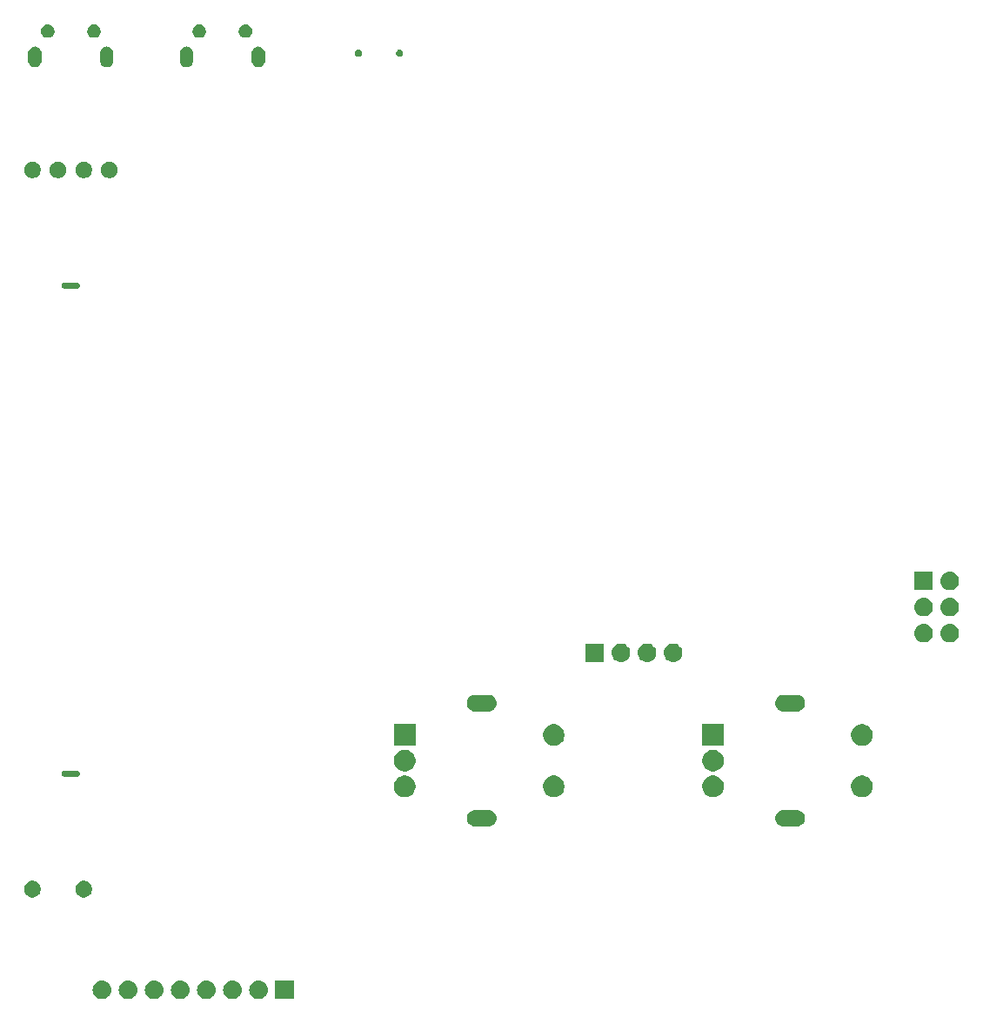
<source format=gbr>
G04 #@! TF.GenerationSoftware,KiCad,Pcbnew,(5.1.2)-2*
G04 #@! TF.CreationDate,2019-06-18T19:33:51+12:00*
G04 #@! TF.ProjectId,layout_2,6c61796f-7574-45f3-922e-6b696361645f,rev?*
G04 #@! TF.SameCoordinates,Original*
G04 #@! TF.FileFunction,Soldermask,Bot*
G04 #@! TF.FilePolarity,Negative*
%FSLAX46Y46*%
G04 Gerber Fmt 4.6, Leading zero omitted, Abs format (unit mm)*
G04 Created by KiCad (PCBNEW (5.1.2)-2) date 2019-06-18 19:33:51*
%MOMM*%
%LPD*%
G04 APERTURE LIST*
%ADD10C,0.100000*%
G04 APERTURE END LIST*
D10*
G36*
X105401000Y-135401000D02*
G01*
X103599000Y-135401000D01*
X103599000Y-133599000D01*
X105401000Y-133599000D01*
X105401000Y-135401000D01*
X105401000Y-135401000D01*
G37*
G36*
X99530442Y-133605518D02*
G01*
X99596627Y-133612037D01*
X99766466Y-133663557D01*
X99922991Y-133747222D01*
X99958729Y-133776552D01*
X100060186Y-133859814D01*
X100143448Y-133961271D01*
X100172778Y-133997009D01*
X100256443Y-134153534D01*
X100307963Y-134323373D01*
X100325359Y-134500000D01*
X100307963Y-134676627D01*
X100256443Y-134846466D01*
X100172778Y-135002991D01*
X100143448Y-135038729D01*
X100060186Y-135140186D01*
X99958729Y-135223448D01*
X99922991Y-135252778D01*
X99766466Y-135336443D01*
X99596627Y-135387963D01*
X99530443Y-135394481D01*
X99464260Y-135401000D01*
X99375740Y-135401000D01*
X99309557Y-135394481D01*
X99243373Y-135387963D01*
X99073534Y-135336443D01*
X98917009Y-135252778D01*
X98881271Y-135223448D01*
X98779814Y-135140186D01*
X98696552Y-135038729D01*
X98667222Y-135002991D01*
X98583557Y-134846466D01*
X98532037Y-134676627D01*
X98514641Y-134500000D01*
X98532037Y-134323373D01*
X98583557Y-134153534D01*
X98667222Y-133997009D01*
X98696552Y-133961271D01*
X98779814Y-133859814D01*
X98881271Y-133776552D01*
X98917009Y-133747222D01*
X99073534Y-133663557D01*
X99243373Y-133612037D01*
X99309558Y-133605518D01*
X99375740Y-133599000D01*
X99464260Y-133599000D01*
X99530442Y-133605518D01*
X99530442Y-133605518D01*
G37*
G36*
X96990442Y-133605518D02*
G01*
X97056627Y-133612037D01*
X97226466Y-133663557D01*
X97382991Y-133747222D01*
X97418729Y-133776552D01*
X97520186Y-133859814D01*
X97603448Y-133961271D01*
X97632778Y-133997009D01*
X97716443Y-134153534D01*
X97767963Y-134323373D01*
X97785359Y-134500000D01*
X97767963Y-134676627D01*
X97716443Y-134846466D01*
X97632778Y-135002991D01*
X97603448Y-135038729D01*
X97520186Y-135140186D01*
X97418729Y-135223448D01*
X97382991Y-135252778D01*
X97226466Y-135336443D01*
X97056627Y-135387963D01*
X96990443Y-135394481D01*
X96924260Y-135401000D01*
X96835740Y-135401000D01*
X96769557Y-135394481D01*
X96703373Y-135387963D01*
X96533534Y-135336443D01*
X96377009Y-135252778D01*
X96341271Y-135223448D01*
X96239814Y-135140186D01*
X96156552Y-135038729D01*
X96127222Y-135002991D01*
X96043557Y-134846466D01*
X95992037Y-134676627D01*
X95974641Y-134500000D01*
X95992037Y-134323373D01*
X96043557Y-134153534D01*
X96127222Y-133997009D01*
X96156552Y-133961271D01*
X96239814Y-133859814D01*
X96341271Y-133776552D01*
X96377009Y-133747222D01*
X96533534Y-133663557D01*
X96703373Y-133612037D01*
X96769558Y-133605518D01*
X96835740Y-133599000D01*
X96924260Y-133599000D01*
X96990442Y-133605518D01*
X96990442Y-133605518D01*
G37*
G36*
X94450442Y-133605518D02*
G01*
X94516627Y-133612037D01*
X94686466Y-133663557D01*
X94842991Y-133747222D01*
X94878729Y-133776552D01*
X94980186Y-133859814D01*
X95063448Y-133961271D01*
X95092778Y-133997009D01*
X95176443Y-134153534D01*
X95227963Y-134323373D01*
X95245359Y-134500000D01*
X95227963Y-134676627D01*
X95176443Y-134846466D01*
X95092778Y-135002991D01*
X95063448Y-135038729D01*
X94980186Y-135140186D01*
X94878729Y-135223448D01*
X94842991Y-135252778D01*
X94686466Y-135336443D01*
X94516627Y-135387963D01*
X94450443Y-135394481D01*
X94384260Y-135401000D01*
X94295740Y-135401000D01*
X94229557Y-135394481D01*
X94163373Y-135387963D01*
X93993534Y-135336443D01*
X93837009Y-135252778D01*
X93801271Y-135223448D01*
X93699814Y-135140186D01*
X93616552Y-135038729D01*
X93587222Y-135002991D01*
X93503557Y-134846466D01*
X93452037Y-134676627D01*
X93434641Y-134500000D01*
X93452037Y-134323373D01*
X93503557Y-134153534D01*
X93587222Y-133997009D01*
X93616552Y-133961271D01*
X93699814Y-133859814D01*
X93801271Y-133776552D01*
X93837009Y-133747222D01*
X93993534Y-133663557D01*
X94163373Y-133612037D01*
X94229558Y-133605518D01*
X94295740Y-133599000D01*
X94384260Y-133599000D01*
X94450442Y-133605518D01*
X94450442Y-133605518D01*
G37*
G36*
X91910442Y-133605518D02*
G01*
X91976627Y-133612037D01*
X92146466Y-133663557D01*
X92302991Y-133747222D01*
X92338729Y-133776552D01*
X92440186Y-133859814D01*
X92523448Y-133961271D01*
X92552778Y-133997009D01*
X92636443Y-134153534D01*
X92687963Y-134323373D01*
X92705359Y-134500000D01*
X92687963Y-134676627D01*
X92636443Y-134846466D01*
X92552778Y-135002991D01*
X92523448Y-135038729D01*
X92440186Y-135140186D01*
X92338729Y-135223448D01*
X92302991Y-135252778D01*
X92146466Y-135336443D01*
X91976627Y-135387963D01*
X91910443Y-135394481D01*
X91844260Y-135401000D01*
X91755740Y-135401000D01*
X91689557Y-135394481D01*
X91623373Y-135387963D01*
X91453534Y-135336443D01*
X91297009Y-135252778D01*
X91261271Y-135223448D01*
X91159814Y-135140186D01*
X91076552Y-135038729D01*
X91047222Y-135002991D01*
X90963557Y-134846466D01*
X90912037Y-134676627D01*
X90894641Y-134500000D01*
X90912037Y-134323373D01*
X90963557Y-134153534D01*
X91047222Y-133997009D01*
X91076552Y-133961271D01*
X91159814Y-133859814D01*
X91261271Y-133776552D01*
X91297009Y-133747222D01*
X91453534Y-133663557D01*
X91623373Y-133612037D01*
X91689558Y-133605518D01*
X91755740Y-133599000D01*
X91844260Y-133599000D01*
X91910442Y-133605518D01*
X91910442Y-133605518D01*
G37*
G36*
X89370442Y-133605518D02*
G01*
X89436627Y-133612037D01*
X89606466Y-133663557D01*
X89762991Y-133747222D01*
X89798729Y-133776552D01*
X89900186Y-133859814D01*
X89983448Y-133961271D01*
X90012778Y-133997009D01*
X90096443Y-134153534D01*
X90147963Y-134323373D01*
X90165359Y-134500000D01*
X90147963Y-134676627D01*
X90096443Y-134846466D01*
X90012778Y-135002991D01*
X89983448Y-135038729D01*
X89900186Y-135140186D01*
X89798729Y-135223448D01*
X89762991Y-135252778D01*
X89606466Y-135336443D01*
X89436627Y-135387963D01*
X89370443Y-135394481D01*
X89304260Y-135401000D01*
X89215740Y-135401000D01*
X89149557Y-135394481D01*
X89083373Y-135387963D01*
X88913534Y-135336443D01*
X88757009Y-135252778D01*
X88721271Y-135223448D01*
X88619814Y-135140186D01*
X88536552Y-135038729D01*
X88507222Y-135002991D01*
X88423557Y-134846466D01*
X88372037Y-134676627D01*
X88354641Y-134500000D01*
X88372037Y-134323373D01*
X88423557Y-134153534D01*
X88507222Y-133997009D01*
X88536552Y-133961271D01*
X88619814Y-133859814D01*
X88721271Y-133776552D01*
X88757009Y-133747222D01*
X88913534Y-133663557D01*
X89083373Y-133612037D01*
X89149558Y-133605518D01*
X89215740Y-133599000D01*
X89304260Y-133599000D01*
X89370442Y-133605518D01*
X89370442Y-133605518D01*
G37*
G36*
X86830442Y-133605518D02*
G01*
X86896627Y-133612037D01*
X87066466Y-133663557D01*
X87222991Y-133747222D01*
X87258729Y-133776552D01*
X87360186Y-133859814D01*
X87443448Y-133961271D01*
X87472778Y-133997009D01*
X87556443Y-134153534D01*
X87607963Y-134323373D01*
X87625359Y-134500000D01*
X87607963Y-134676627D01*
X87556443Y-134846466D01*
X87472778Y-135002991D01*
X87443448Y-135038729D01*
X87360186Y-135140186D01*
X87258729Y-135223448D01*
X87222991Y-135252778D01*
X87066466Y-135336443D01*
X86896627Y-135387963D01*
X86830443Y-135394481D01*
X86764260Y-135401000D01*
X86675740Y-135401000D01*
X86609557Y-135394481D01*
X86543373Y-135387963D01*
X86373534Y-135336443D01*
X86217009Y-135252778D01*
X86181271Y-135223448D01*
X86079814Y-135140186D01*
X85996552Y-135038729D01*
X85967222Y-135002991D01*
X85883557Y-134846466D01*
X85832037Y-134676627D01*
X85814641Y-134500000D01*
X85832037Y-134323373D01*
X85883557Y-134153534D01*
X85967222Y-133997009D01*
X85996552Y-133961271D01*
X86079814Y-133859814D01*
X86181271Y-133776552D01*
X86217009Y-133747222D01*
X86373534Y-133663557D01*
X86543373Y-133612037D01*
X86609558Y-133605518D01*
X86675740Y-133599000D01*
X86764260Y-133599000D01*
X86830442Y-133605518D01*
X86830442Y-133605518D01*
G37*
G36*
X102070442Y-133605518D02*
G01*
X102136627Y-133612037D01*
X102306466Y-133663557D01*
X102462991Y-133747222D01*
X102498729Y-133776552D01*
X102600186Y-133859814D01*
X102683448Y-133961271D01*
X102712778Y-133997009D01*
X102796443Y-134153534D01*
X102847963Y-134323373D01*
X102865359Y-134500000D01*
X102847963Y-134676627D01*
X102796443Y-134846466D01*
X102712778Y-135002991D01*
X102683448Y-135038729D01*
X102600186Y-135140186D01*
X102498729Y-135223448D01*
X102462991Y-135252778D01*
X102306466Y-135336443D01*
X102136627Y-135387963D01*
X102070443Y-135394481D01*
X102004260Y-135401000D01*
X101915740Y-135401000D01*
X101849557Y-135394481D01*
X101783373Y-135387963D01*
X101613534Y-135336443D01*
X101457009Y-135252778D01*
X101421271Y-135223448D01*
X101319814Y-135140186D01*
X101236552Y-135038729D01*
X101207222Y-135002991D01*
X101123557Y-134846466D01*
X101072037Y-134676627D01*
X101054641Y-134500000D01*
X101072037Y-134323373D01*
X101123557Y-134153534D01*
X101207222Y-133997009D01*
X101236552Y-133961271D01*
X101319814Y-133859814D01*
X101421271Y-133776552D01*
X101457009Y-133747222D01*
X101613534Y-133663557D01*
X101783373Y-133612037D01*
X101849558Y-133605518D01*
X101915740Y-133599000D01*
X102004260Y-133599000D01*
X102070442Y-133605518D01*
X102070442Y-133605518D01*
G37*
G36*
X80187142Y-123918242D02*
G01*
X80335101Y-123979529D01*
X80468255Y-124068499D01*
X80581501Y-124181745D01*
X80670471Y-124314899D01*
X80731758Y-124462858D01*
X80763000Y-124619925D01*
X80763000Y-124780075D01*
X80731758Y-124937142D01*
X80670471Y-125085101D01*
X80581501Y-125218255D01*
X80468255Y-125331501D01*
X80335101Y-125420471D01*
X80187142Y-125481758D01*
X80030075Y-125513000D01*
X79869925Y-125513000D01*
X79712858Y-125481758D01*
X79564899Y-125420471D01*
X79431745Y-125331501D01*
X79318499Y-125218255D01*
X79229529Y-125085101D01*
X79168242Y-124937142D01*
X79137000Y-124780075D01*
X79137000Y-124619925D01*
X79168242Y-124462858D01*
X79229529Y-124314899D01*
X79318499Y-124181745D01*
X79431745Y-124068499D01*
X79564899Y-123979529D01*
X79712858Y-123918242D01*
X79869925Y-123887000D01*
X80030075Y-123887000D01*
X80187142Y-123918242D01*
X80187142Y-123918242D01*
G37*
G36*
X85187142Y-123918242D02*
G01*
X85335101Y-123979529D01*
X85468255Y-124068499D01*
X85581501Y-124181745D01*
X85670471Y-124314899D01*
X85731758Y-124462858D01*
X85763000Y-124619925D01*
X85763000Y-124780075D01*
X85731758Y-124937142D01*
X85670471Y-125085101D01*
X85581501Y-125218255D01*
X85468255Y-125331501D01*
X85335101Y-125420471D01*
X85187142Y-125481758D01*
X85030075Y-125513000D01*
X84869925Y-125513000D01*
X84712858Y-125481758D01*
X84564899Y-125420471D01*
X84431745Y-125331501D01*
X84318499Y-125218255D01*
X84229529Y-125085101D01*
X84168242Y-124937142D01*
X84137000Y-124780075D01*
X84137000Y-124619925D01*
X84168242Y-124462858D01*
X84229529Y-124314899D01*
X84318499Y-124181745D01*
X84431745Y-124068499D01*
X84564899Y-123979529D01*
X84712858Y-123918242D01*
X84869925Y-123887000D01*
X85030075Y-123887000D01*
X85187142Y-123918242D01*
X85187142Y-123918242D01*
G37*
G36*
X154428571Y-117002863D02*
G01*
X154507023Y-117010590D01*
X154607682Y-117041125D01*
X154658013Y-117056392D01*
X154797165Y-117130771D01*
X154919133Y-117230867D01*
X155019229Y-117352835D01*
X155093608Y-117491987D01*
X155093608Y-117491988D01*
X155139410Y-117642977D01*
X155154875Y-117800000D01*
X155139410Y-117957023D01*
X155108875Y-118057682D01*
X155093608Y-118108013D01*
X155019229Y-118247165D01*
X154919133Y-118369133D01*
X154797165Y-118469229D01*
X154658013Y-118543608D01*
X154607682Y-118558875D01*
X154507023Y-118589410D01*
X154428571Y-118597137D01*
X154389346Y-118601000D01*
X153010654Y-118601000D01*
X152971429Y-118597137D01*
X152892977Y-118589410D01*
X152792318Y-118558875D01*
X152741987Y-118543608D01*
X152602835Y-118469229D01*
X152480867Y-118369133D01*
X152380771Y-118247165D01*
X152306392Y-118108013D01*
X152291125Y-118057682D01*
X152260590Y-117957023D01*
X152245125Y-117800000D01*
X152260590Y-117642977D01*
X152306392Y-117491988D01*
X152306392Y-117491987D01*
X152380771Y-117352835D01*
X152480867Y-117230867D01*
X152602835Y-117130771D01*
X152741987Y-117056392D01*
X152792318Y-117041125D01*
X152892977Y-117010590D01*
X152971429Y-117002863D01*
X153010654Y-116999000D01*
X154389346Y-116999000D01*
X154428571Y-117002863D01*
X154428571Y-117002863D01*
G37*
G36*
X124428571Y-117002863D02*
G01*
X124507023Y-117010590D01*
X124607682Y-117041125D01*
X124658013Y-117056392D01*
X124797165Y-117130771D01*
X124919133Y-117230867D01*
X125019229Y-117352835D01*
X125093608Y-117491987D01*
X125093608Y-117491988D01*
X125139410Y-117642977D01*
X125154875Y-117800000D01*
X125139410Y-117957023D01*
X125108875Y-118057682D01*
X125093608Y-118108013D01*
X125019229Y-118247165D01*
X124919133Y-118369133D01*
X124797165Y-118469229D01*
X124658013Y-118543608D01*
X124607682Y-118558875D01*
X124507023Y-118589410D01*
X124428571Y-118597137D01*
X124389346Y-118601000D01*
X123010654Y-118601000D01*
X122971429Y-118597137D01*
X122892977Y-118589410D01*
X122792318Y-118558875D01*
X122741987Y-118543608D01*
X122602835Y-118469229D01*
X122480867Y-118369133D01*
X122380771Y-118247165D01*
X122306392Y-118108013D01*
X122291125Y-118057682D01*
X122260590Y-117957023D01*
X122245125Y-117800000D01*
X122260590Y-117642977D01*
X122306392Y-117491988D01*
X122306392Y-117491987D01*
X122380771Y-117352835D01*
X122480867Y-117230867D01*
X122602835Y-117130771D01*
X122741987Y-117056392D01*
X122792318Y-117041125D01*
X122892977Y-117010590D01*
X122971429Y-117002863D01*
X123010654Y-116999000D01*
X124389346Y-116999000D01*
X124428571Y-117002863D01*
X124428571Y-117002863D01*
G37*
G36*
X116506564Y-113689389D02*
G01*
X116697833Y-113768615D01*
X116697835Y-113768616D01*
X116869973Y-113883635D01*
X117016365Y-114030027D01*
X117131385Y-114202167D01*
X117210611Y-114393436D01*
X117251000Y-114596484D01*
X117251000Y-114803516D01*
X117210611Y-115006564D01*
X117131385Y-115197833D01*
X117131384Y-115197835D01*
X117016365Y-115369973D01*
X116869973Y-115516365D01*
X116697835Y-115631384D01*
X116697834Y-115631385D01*
X116697833Y-115631385D01*
X116506564Y-115710611D01*
X116303516Y-115751000D01*
X116096484Y-115751000D01*
X115893436Y-115710611D01*
X115702167Y-115631385D01*
X115702166Y-115631385D01*
X115702165Y-115631384D01*
X115530027Y-115516365D01*
X115383635Y-115369973D01*
X115268616Y-115197835D01*
X115268615Y-115197833D01*
X115189389Y-115006564D01*
X115149000Y-114803516D01*
X115149000Y-114596484D01*
X115189389Y-114393436D01*
X115268615Y-114202167D01*
X115383635Y-114030027D01*
X115530027Y-113883635D01*
X115702165Y-113768616D01*
X115702167Y-113768615D01*
X115893436Y-113689389D01*
X116096484Y-113649000D01*
X116303516Y-113649000D01*
X116506564Y-113689389D01*
X116506564Y-113689389D01*
G37*
G36*
X146506564Y-113689389D02*
G01*
X146697833Y-113768615D01*
X146697835Y-113768616D01*
X146869973Y-113883635D01*
X147016365Y-114030027D01*
X147131385Y-114202167D01*
X147210611Y-114393436D01*
X147251000Y-114596484D01*
X147251000Y-114803516D01*
X147210611Y-115006564D01*
X147131385Y-115197833D01*
X147131384Y-115197835D01*
X147016365Y-115369973D01*
X146869973Y-115516365D01*
X146697835Y-115631384D01*
X146697834Y-115631385D01*
X146697833Y-115631385D01*
X146506564Y-115710611D01*
X146303516Y-115751000D01*
X146096484Y-115751000D01*
X145893436Y-115710611D01*
X145702167Y-115631385D01*
X145702166Y-115631385D01*
X145702165Y-115631384D01*
X145530027Y-115516365D01*
X145383635Y-115369973D01*
X145268616Y-115197835D01*
X145268615Y-115197833D01*
X145189389Y-115006564D01*
X145149000Y-114803516D01*
X145149000Y-114596484D01*
X145189389Y-114393436D01*
X145268615Y-114202167D01*
X145383635Y-114030027D01*
X145530027Y-113883635D01*
X145702165Y-113768616D01*
X145702167Y-113768615D01*
X145893436Y-113689389D01*
X146096484Y-113649000D01*
X146303516Y-113649000D01*
X146506564Y-113689389D01*
X146506564Y-113689389D01*
G37*
G36*
X161006564Y-113689389D02*
G01*
X161197833Y-113768615D01*
X161197835Y-113768616D01*
X161369973Y-113883635D01*
X161516365Y-114030027D01*
X161631385Y-114202167D01*
X161710611Y-114393436D01*
X161751000Y-114596484D01*
X161751000Y-114803516D01*
X161710611Y-115006564D01*
X161631385Y-115197833D01*
X161631384Y-115197835D01*
X161516365Y-115369973D01*
X161369973Y-115516365D01*
X161197835Y-115631384D01*
X161197834Y-115631385D01*
X161197833Y-115631385D01*
X161006564Y-115710611D01*
X160803516Y-115751000D01*
X160596484Y-115751000D01*
X160393436Y-115710611D01*
X160202167Y-115631385D01*
X160202166Y-115631385D01*
X160202165Y-115631384D01*
X160030027Y-115516365D01*
X159883635Y-115369973D01*
X159768616Y-115197835D01*
X159768615Y-115197833D01*
X159689389Y-115006564D01*
X159649000Y-114803516D01*
X159649000Y-114596484D01*
X159689389Y-114393436D01*
X159768615Y-114202167D01*
X159883635Y-114030027D01*
X160030027Y-113883635D01*
X160202165Y-113768616D01*
X160202167Y-113768615D01*
X160393436Y-113689389D01*
X160596484Y-113649000D01*
X160803516Y-113649000D01*
X161006564Y-113689389D01*
X161006564Y-113689389D01*
G37*
G36*
X131006564Y-113689389D02*
G01*
X131197833Y-113768615D01*
X131197835Y-113768616D01*
X131369973Y-113883635D01*
X131516365Y-114030027D01*
X131631385Y-114202167D01*
X131710611Y-114393436D01*
X131751000Y-114596484D01*
X131751000Y-114803516D01*
X131710611Y-115006564D01*
X131631385Y-115197833D01*
X131631384Y-115197835D01*
X131516365Y-115369973D01*
X131369973Y-115516365D01*
X131197835Y-115631384D01*
X131197834Y-115631385D01*
X131197833Y-115631385D01*
X131006564Y-115710611D01*
X130803516Y-115751000D01*
X130596484Y-115751000D01*
X130393436Y-115710611D01*
X130202167Y-115631385D01*
X130202166Y-115631385D01*
X130202165Y-115631384D01*
X130030027Y-115516365D01*
X129883635Y-115369973D01*
X129768616Y-115197835D01*
X129768615Y-115197833D01*
X129689389Y-115006564D01*
X129649000Y-114803516D01*
X129649000Y-114596484D01*
X129689389Y-114393436D01*
X129768615Y-114202167D01*
X129883635Y-114030027D01*
X130030027Y-113883635D01*
X130202165Y-113768616D01*
X130202167Y-113768615D01*
X130393436Y-113689389D01*
X130596484Y-113649000D01*
X130803516Y-113649000D01*
X131006564Y-113689389D01*
X131006564Y-113689389D01*
G37*
G36*
X84359004Y-113153355D02*
G01*
X84387376Y-113161962D01*
X84415745Y-113170567D01*
X84415747Y-113170568D01*
X84468031Y-113198514D01*
X84468032Y-113198515D01*
X84468036Y-113198517D01*
X84513869Y-113236131D01*
X84551483Y-113281964D01*
X84551485Y-113281968D01*
X84551486Y-113281969D01*
X84579432Y-113334253D01*
X84596645Y-113390996D01*
X84602456Y-113450000D01*
X84596645Y-113509004D01*
X84596644Y-113509006D01*
X84579433Y-113565745D01*
X84551483Y-113618036D01*
X84513869Y-113663869D01*
X84468036Y-113701483D01*
X84468032Y-113701485D01*
X84468031Y-113701486D01*
X84415747Y-113729432D01*
X84415745Y-113729433D01*
X84387375Y-113738039D01*
X84359004Y-113746645D01*
X84314786Y-113751000D01*
X83085214Y-113751000D01*
X83040996Y-113746645D01*
X83012625Y-113738039D01*
X82984255Y-113729433D01*
X82984253Y-113729432D01*
X82931969Y-113701486D01*
X82931968Y-113701485D01*
X82931964Y-113701483D01*
X82886131Y-113663869D01*
X82848517Y-113618036D01*
X82820567Y-113565745D01*
X82803356Y-113509006D01*
X82803355Y-113509004D01*
X82797544Y-113450000D01*
X82803355Y-113390996D01*
X82820568Y-113334253D01*
X82848514Y-113281969D01*
X82848515Y-113281968D01*
X82848517Y-113281964D01*
X82886131Y-113236131D01*
X82931964Y-113198517D01*
X82931968Y-113198515D01*
X82931969Y-113198514D01*
X82984253Y-113170568D01*
X82984255Y-113170567D01*
X83012624Y-113161962D01*
X83040996Y-113153355D01*
X83085214Y-113149000D01*
X84314786Y-113149000D01*
X84359004Y-113153355D01*
X84359004Y-113153355D01*
G37*
G36*
X146506564Y-111189389D02*
G01*
X146697833Y-111268615D01*
X146697835Y-111268616D01*
X146869973Y-111383635D01*
X147016365Y-111530027D01*
X147131385Y-111702167D01*
X147210611Y-111893436D01*
X147251000Y-112096484D01*
X147251000Y-112303516D01*
X147210611Y-112506564D01*
X147131385Y-112697833D01*
X147131384Y-112697835D01*
X147016365Y-112869973D01*
X146869973Y-113016365D01*
X146697835Y-113131384D01*
X146697834Y-113131385D01*
X146697833Y-113131385D01*
X146506564Y-113210611D01*
X146303516Y-113251000D01*
X146096484Y-113251000D01*
X145893436Y-113210611D01*
X145702167Y-113131385D01*
X145702166Y-113131385D01*
X145702165Y-113131384D01*
X145530027Y-113016365D01*
X145383635Y-112869973D01*
X145268616Y-112697835D01*
X145268615Y-112697833D01*
X145189389Y-112506564D01*
X145149000Y-112303516D01*
X145149000Y-112096484D01*
X145189389Y-111893436D01*
X145268615Y-111702167D01*
X145383635Y-111530027D01*
X145530027Y-111383635D01*
X145702165Y-111268616D01*
X145702167Y-111268615D01*
X145893436Y-111189389D01*
X146096484Y-111149000D01*
X146303516Y-111149000D01*
X146506564Y-111189389D01*
X146506564Y-111189389D01*
G37*
G36*
X116506564Y-111189389D02*
G01*
X116697833Y-111268615D01*
X116697835Y-111268616D01*
X116869973Y-111383635D01*
X117016365Y-111530027D01*
X117131385Y-111702167D01*
X117210611Y-111893436D01*
X117251000Y-112096484D01*
X117251000Y-112303516D01*
X117210611Y-112506564D01*
X117131385Y-112697833D01*
X117131384Y-112697835D01*
X117016365Y-112869973D01*
X116869973Y-113016365D01*
X116697835Y-113131384D01*
X116697834Y-113131385D01*
X116697833Y-113131385D01*
X116506564Y-113210611D01*
X116303516Y-113251000D01*
X116096484Y-113251000D01*
X115893436Y-113210611D01*
X115702167Y-113131385D01*
X115702166Y-113131385D01*
X115702165Y-113131384D01*
X115530027Y-113016365D01*
X115383635Y-112869973D01*
X115268616Y-112697835D01*
X115268615Y-112697833D01*
X115189389Y-112506564D01*
X115149000Y-112303516D01*
X115149000Y-112096484D01*
X115189389Y-111893436D01*
X115268615Y-111702167D01*
X115383635Y-111530027D01*
X115530027Y-111383635D01*
X115702165Y-111268616D01*
X115702167Y-111268615D01*
X115893436Y-111189389D01*
X116096484Y-111149000D01*
X116303516Y-111149000D01*
X116506564Y-111189389D01*
X116506564Y-111189389D01*
G37*
G36*
X147251000Y-110751000D02*
G01*
X145149000Y-110751000D01*
X145149000Y-108649000D01*
X147251000Y-108649000D01*
X147251000Y-110751000D01*
X147251000Y-110751000D01*
G37*
G36*
X161006564Y-108689389D02*
G01*
X161197833Y-108768615D01*
X161197835Y-108768616D01*
X161369973Y-108883635D01*
X161516365Y-109030027D01*
X161631385Y-109202167D01*
X161710611Y-109393436D01*
X161751000Y-109596484D01*
X161751000Y-109803516D01*
X161710611Y-110006564D01*
X161631385Y-110197833D01*
X161631384Y-110197835D01*
X161516365Y-110369973D01*
X161369973Y-110516365D01*
X161197835Y-110631384D01*
X161197834Y-110631385D01*
X161197833Y-110631385D01*
X161006564Y-110710611D01*
X160803516Y-110751000D01*
X160596484Y-110751000D01*
X160393436Y-110710611D01*
X160202167Y-110631385D01*
X160202166Y-110631385D01*
X160202165Y-110631384D01*
X160030027Y-110516365D01*
X159883635Y-110369973D01*
X159768616Y-110197835D01*
X159768615Y-110197833D01*
X159689389Y-110006564D01*
X159649000Y-109803516D01*
X159649000Y-109596484D01*
X159689389Y-109393436D01*
X159768615Y-109202167D01*
X159883635Y-109030027D01*
X160030027Y-108883635D01*
X160202165Y-108768616D01*
X160202167Y-108768615D01*
X160393436Y-108689389D01*
X160596484Y-108649000D01*
X160803516Y-108649000D01*
X161006564Y-108689389D01*
X161006564Y-108689389D01*
G37*
G36*
X117251000Y-110751000D02*
G01*
X115149000Y-110751000D01*
X115149000Y-108649000D01*
X117251000Y-108649000D01*
X117251000Y-110751000D01*
X117251000Y-110751000D01*
G37*
G36*
X131006564Y-108689389D02*
G01*
X131197833Y-108768615D01*
X131197835Y-108768616D01*
X131369973Y-108883635D01*
X131516365Y-109030027D01*
X131631385Y-109202167D01*
X131710611Y-109393436D01*
X131751000Y-109596484D01*
X131751000Y-109803516D01*
X131710611Y-110006564D01*
X131631385Y-110197833D01*
X131631384Y-110197835D01*
X131516365Y-110369973D01*
X131369973Y-110516365D01*
X131197835Y-110631384D01*
X131197834Y-110631385D01*
X131197833Y-110631385D01*
X131006564Y-110710611D01*
X130803516Y-110751000D01*
X130596484Y-110751000D01*
X130393436Y-110710611D01*
X130202167Y-110631385D01*
X130202166Y-110631385D01*
X130202165Y-110631384D01*
X130030027Y-110516365D01*
X129883635Y-110369973D01*
X129768616Y-110197835D01*
X129768615Y-110197833D01*
X129689389Y-110006564D01*
X129649000Y-109803516D01*
X129649000Y-109596484D01*
X129689389Y-109393436D01*
X129768615Y-109202167D01*
X129883635Y-109030027D01*
X130030027Y-108883635D01*
X130202165Y-108768616D01*
X130202167Y-108768615D01*
X130393436Y-108689389D01*
X130596484Y-108649000D01*
X130803516Y-108649000D01*
X131006564Y-108689389D01*
X131006564Y-108689389D01*
G37*
G36*
X124428571Y-105802863D02*
G01*
X124507023Y-105810590D01*
X124607682Y-105841125D01*
X124658013Y-105856392D01*
X124797165Y-105930771D01*
X124919133Y-106030867D01*
X125019229Y-106152835D01*
X125093608Y-106291987D01*
X125093608Y-106291988D01*
X125139410Y-106442977D01*
X125154875Y-106600000D01*
X125139410Y-106757023D01*
X125108875Y-106857682D01*
X125093608Y-106908013D01*
X125019229Y-107047165D01*
X124919133Y-107169133D01*
X124797165Y-107269229D01*
X124658013Y-107343608D01*
X124607682Y-107358875D01*
X124507023Y-107389410D01*
X124428571Y-107397137D01*
X124389346Y-107401000D01*
X123010654Y-107401000D01*
X122971429Y-107397137D01*
X122892977Y-107389410D01*
X122792318Y-107358875D01*
X122741987Y-107343608D01*
X122602835Y-107269229D01*
X122480867Y-107169133D01*
X122380771Y-107047165D01*
X122306392Y-106908013D01*
X122291125Y-106857682D01*
X122260590Y-106757023D01*
X122245125Y-106600000D01*
X122260590Y-106442977D01*
X122306392Y-106291988D01*
X122306392Y-106291987D01*
X122380771Y-106152835D01*
X122480867Y-106030867D01*
X122602835Y-105930771D01*
X122741987Y-105856392D01*
X122792318Y-105841125D01*
X122892977Y-105810590D01*
X122971429Y-105802863D01*
X123010654Y-105799000D01*
X124389346Y-105799000D01*
X124428571Y-105802863D01*
X124428571Y-105802863D01*
G37*
G36*
X154428571Y-105802863D02*
G01*
X154507023Y-105810590D01*
X154607682Y-105841125D01*
X154658013Y-105856392D01*
X154797165Y-105930771D01*
X154919133Y-106030867D01*
X155019229Y-106152835D01*
X155093608Y-106291987D01*
X155093608Y-106291988D01*
X155139410Y-106442977D01*
X155154875Y-106600000D01*
X155139410Y-106757023D01*
X155108875Y-106857682D01*
X155093608Y-106908013D01*
X155019229Y-107047165D01*
X154919133Y-107169133D01*
X154797165Y-107269229D01*
X154658013Y-107343608D01*
X154607682Y-107358875D01*
X154507023Y-107389410D01*
X154428571Y-107397137D01*
X154389346Y-107401000D01*
X153010654Y-107401000D01*
X152971429Y-107397137D01*
X152892977Y-107389410D01*
X152792318Y-107358875D01*
X152741987Y-107343608D01*
X152602835Y-107269229D01*
X152480867Y-107169133D01*
X152380771Y-107047165D01*
X152306392Y-106908013D01*
X152291125Y-106857682D01*
X152260590Y-106757023D01*
X152245125Y-106600000D01*
X152260590Y-106442977D01*
X152306392Y-106291988D01*
X152306392Y-106291987D01*
X152380771Y-106152835D01*
X152480867Y-106030867D01*
X152602835Y-105930771D01*
X152741987Y-105856392D01*
X152792318Y-105841125D01*
X152892977Y-105810590D01*
X152971429Y-105802863D01*
X153010654Y-105799000D01*
X154389346Y-105799000D01*
X154428571Y-105802863D01*
X154428571Y-105802863D01*
G37*
G36*
X135601000Y-102601000D02*
G01*
X133799000Y-102601000D01*
X133799000Y-100799000D01*
X135601000Y-100799000D01*
X135601000Y-102601000D01*
X135601000Y-102601000D01*
G37*
G36*
X142430443Y-100805519D02*
G01*
X142496627Y-100812037D01*
X142666466Y-100863557D01*
X142822991Y-100947222D01*
X142858729Y-100976552D01*
X142960186Y-101059814D01*
X143043448Y-101161271D01*
X143072778Y-101197009D01*
X143156443Y-101353534D01*
X143207963Y-101523373D01*
X143225359Y-101700000D01*
X143207963Y-101876627D01*
X143156443Y-102046466D01*
X143072778Y-102202991D01*
X143043448Y-102238729D01*
X142960186Y-102340186D01*
X142858729Y-102423448D01*
X142822991Y-102452778D01*
X142666466Y-102536443D01*
X142496627Y-102587963D01*
X142430443Y-102594481D01*
X142364260Y-102601000D01*
X142275740Y-102601000D01*
X142209557Y-102594481D01*
X142143373Y-102587963D01*
X141973534Y-102536443D01*
X141817009Y-102452778D01*
X141781271Y-102423448D01*
X141679814Y-102340186D01*
X141596552Y-102238729D01*
X141567222Y-102202991D01*
X141483557Y-102046466D01*
X141432037Y-101876627D01*
X141414641Y-101700000D01*
X141432037Y-101523373D01*
X141483557Y-101353534D01*
X141567222Y-101197009D01*
X141596552Y-101161271D01*
X141679814Y-101059814D01*
X141781271Y-100976552D01*
X141817009Y-100947222D01*
X141973534Y-100863557D01*
X142143373Y-100812037D01*
X142209558Y-100805518D01*
X142275740Y-100799000D01*
X142364260Y-100799000D01*
X142430443Y-100805519D01*
X142430443Y-100805519D01*
G37*
G36*
X137350443Y-100805519D02*
G01*
X137416627Y-100812037D01*
X137586466Y-100863557D01*
X137742991Y-100947222D01*
X137778729Y-100976552D01*
X137880186Y-101059814D01*
X137963448Y-101161271D01*
X137992778Y-101197009D01*
X138076443Y-101353534D01*
X138127963Y-101523373D01*
X138145359Y-101700000D01*
X138127963Y-101876627D01*
X138076443Y-102046466D01*
X137992778Y-102202991D01*
X137963448Y-102238729D01*
X137880186Y-102340186D01*
X137778729Y-102423448D01*
X137742991Y-102452778D01*
X137586466Y-102536443D01*
X137416627Y-102587963D01*
X137350443Y-102594481D01*
X137284260Y-102601000D01*
X137195740Y-102601000D01*
X137129557Y-102594481D01*
X137063373Y-102587963D01*
X136893534Y-102536443D01*
X136737009Y-102452778D01*
X136701271Y-102423448D01*
X136599814Y-102340186D01*
X136516552Y-102238729D01*
X136487222Y-102202991D01*
X136403557Y-102046466D01*
X136352037Y-101876627D01*
X136334641Y-101700000D01*
X136352037Y-101523373D01*
X136403557Y-101353534D01*
X136487222Y-101197009D01*
X136516552Y-101161271D01*
X136599814Y-101059814D01*
X136701271Y-100976552D01*
X136737009Y-100947222D01*
X136893534Y-100863557D01*
X137063373Y-100812037D01*
X137129558Y-100805518D01*
X137195740Y-100799000D01*
X137284260Y-100799000D01*
X137350443Y-100805519D01*
X137350443Y-100805519D01*
G37*
G36*
X139890443Y-100805519D02*
G01*
X139956627Y-100812037D01*
X140126466Y-100863557D01*
X140282991Y-100947222D01*
X140318729Y-100976552D01*
X140420186Y-101059814D01*
X140503448Y-101161271D01*
X140532778Y-101197009D01*
X140616443Y-101353534D01*
X140667963Y-101523373D01*
X140685359Y-101700000D01*
X140667963Y-101876627D01*
X140616443Y-102046466D01*
X140532778Y-102202991D01*
X140503448Y-102238729D01*
X140420186Y-102340186D01*
X140318729Y-102423448D01*
X140282991Y-102452778D01*
X140126466Y-102536443D01*
X139956627Y-102587963D01*
X139890443Y-102594481D01*
X139824260Y-102601000D01*
X139735740Y-102601000D01*
X139669557Y-102594481D01*
X139603373Y-102587963D01*
X139433534Y-102536443D01*
X139277009Y-102452778D01*
X139241271Y-102423448D01*
X139139814Y-102340186D01*
X139056552Y-102238729D01*
X139027222Y-102202991D01*
X138943557Y-102046466D01*
X138892037Y-101876627D01*
X138874641Y-101700000D01*
X138892037Y-101523373D01*
X138943557Y-101353534D01*
X139027222Y-101197009D01*
X139056552Y-101161271D01*
X139139814Y-101059814D01*
X139241271Y-100976552D01*
X139277009Y-100947222D01*
X139433534Y-100863557D01*
X139603373Y-100812037D01*
X139669558Y-100805518D01*
X139735740Y-100799000D01*
X139824260Y-100799000D01*
X139890443Y-100805519D01*
X139890443Y-100805519D01*
G37*
G36*
X166810443Y-98885519D02*
G01*
X166876627Y-98892037D01*
X167046466Y-98943557D01*
X167202991Y-99027222D01*
X167238729Y-99056552D01*
X167340186Y-99139814D01*
X167423448Y-99241271D01*
X167452778Y-99277009D01*
X167536443Y-99433534D01*
X167587963Y-99603373D01*
X167605359Y-99780000D01*
X167587963Y-99956627D01*
X167536443Y-100126466D01*
X167452778Y-100282991D01*
X167423448Y-100318729D01*
X167340186Y-100420186D01*
X167238729Y-100503448D01*
X167202991Y-100532778D01*
X167046466Y-100616443D01*
X166876627Y-100667963D01*
X166810443Y-100674481D01*
X166744260Y-100681000D01*
X166655740Y-100681000D01*
X166589557Y-100674481D01*
X166523373Y-100667963D01*
X166353534Y-100616443D01*
X166197009Y-100532778D01*
X166161271Y-100503448D01*
X166059814Y-100420186D01*
X165976552Y-100318729D01*
X165947222Y-100282991D01*
X165863557Y-100126466D01*
X165812037Y-99956627D01*
X165794641Y-99780000D01*
X165812037Y-99603373D01*
X165863557Y-99433534D01*
X165947222Y-99277009D01*
X165976552Y-99241271D01*
X166059814Y-99139814D01*
X166161271Y-99056552D01*
X166197009Y-99027222D01*
X166353534Y-98943557D01*
X166523373Y-98892037D01*
X166589558Y-98885518D01*
X166655740Y-98879000D01*
X166744260Y-98879000D01*
X166810443Y-98885519D01*
X166810443Y-98885519D01*
G37*
G36*
X169350443Y-98885519D02*
G01*
X169416627Y-98892037D01*
X169586466Y-98943557D01*
X169742991Y-99027222D01*
X169778729Y-99056552D01*
X169880186Y-99139814D01*
X169963448Y-99241271D01*
X169992778Y-99277009D01*
X170076443Y-99433534D01*
X170127963Y-99603373D01*
X170145359Y-99780000D01*
X170127963Y-99956627D01*
X170076443Y-100126466D01*
X169992778Y-100282991D01*
X169963448Y-100318729D01*
X169880186Y-100420186D01*
X169778729Y-100503448D01*
X169742991Y-100532778D01*
X169586466Y-100616443D01*
X169416627Y-100667963D01*
X169350443Y-100674481D01*
X169284260Y-100681000D01*
X169195740Y-100681000D01*
X169129557Y-100674481D01*
X169063373Y-100667963D01*
X168893534Y-100616443D01*
X168737009Y-100532778D01*
X168701271Y-100503448D01*
X168599814Y-100420186D01*
X168516552Y-100318729D01*
X168487222Y-100282991D01*
X168403557Y-100126466D01*
X168352037Y-99956627D01*
X168334641Y-99780000D01*
X168352037Y-99603373D01*
X168403557Y-99433534D01*
X168487222Y-99277009D01*
X168516552Y-99241271D01*
X168599814Y-99139814D01*
X168701271Y-99056552D01*
X168737009Y-99027222D01*
X168893534Y-98943557D01*
X169063373Y-98892037D01*
X169129558Y-98885518D01*
X169195740Y-98879000D01*
X169284260Y-98879000D01*
X169350443Y-98885519D01*
X169350443Y-98885519D01*
G37*
G36*
X166810442Y-96345518D02*
G01*
X166876627Y-96352037D01*
X167046466Y-96403557D01*
X167202991Y-96487222D01*
X167238729Y-96516552D01*
X167340186Y-96599814D01*
X167423448Y-96701271D01*
X167452778Y-96737009D01*
X167536443Y-96893534D01*
X167587963Y-97063373D01*
X167605359Y-97240000D01*
X167587963Y-97416627D01*
X167536443Y-97586466D01*
X167452778Y-97742991D01*
X167423448Y-97778729D01*
X167340186Y-97880186D01*
X167238729Y-97963448D01*
X167202991Y-97992778D01*
X167046466Y-98076443D01*
X166876627Y-98127963D01*
X166810443Y-98134481D01*
X166744260Y-98141000D01*
X166655740Y-98141000D01*
X166589557Y-98134481D01*
X166523373Y-98127963D01*
X166353534Y-98076443D01*
X166197009Y-97992778D01*
X166161271Y-97963448D01*
X166059814Y-97880186D01*
X165976552Y-97778729D01*
X165947222Y-97742991D01*
X165863557Y-97586466D01*
X165812037Y-97416627D01*
X165794641Y-97240000D01*
X165812037Y-97063373D01*
X165863557Y-96893534D01*
X165947222Y-96737009D01*
X165976552Y-96701271D01*
X166059814Y-96599814D01*
X166161271Y-96516552D01*
X166197009Y-96487222D01*
X166353534Y-96403557D01*
X166523373Y-96352037D01*
X166589558Y-96345518D01*
X166655740Y-96339000D01*
X166744260Y-96339000D01*
X166810442Y-96345518D01*
X166810442Y-96345518D01*
G37*
G36*
X169350442Y-96345518D02*
G01*
X169416627Y-96352037D01*
X169586466Y-96403557D01*
X169742991Y-96487222D01*
X169778729Y-96516552D01*
X169880186Y-96599814D01*
X169963448Y-96701271D01*
X169992778Y-96737009D01*
X170076443Y-96893534D01*
X170127963Y-97063373D01*
X170145359Y-97240000D01*
X170127963Y-97416627D01*
X170076443Y-97586466D01*
X169992778Y-97742991D01*
X169963448Y-97778729D01*
X169880186Y-97880186D01*
X169778729Y-97963448D01*
X169742991Y-97992778D01*
X169586466Y-98076443D01*
X169416627Y-98127963D01*
X169350443Y-98134481D01*
X169284260Y-98141000D01*
X169195740Y-98141000D01*
X169129557Y-98134481D01*
X169063373Y-98127963D01*
X168893534Y-98076443D01*
X168737009Y-97992778D01*
X168701271Y-97963448D01*
X168599814Y-97880186D01*
X168516552Y-97778729D01*
X168487222Y-97742991D01*
X168403557Y-97586466D01*
X168352037Y-97416627D01*
X168334641Y-97240000D01*
X168352037Y-97063373D01*
X168403557Y-96893534D01*
X168487222Y-96737009D01*
X168516552Y-96701271D01*
X168599814Y-96599814D01*
X168701271Y-96516552D01*
X168737009Y-96487222D01*
X168893534Y-96403557D01*
X169063373Y-96352037D01*
X169129558Y-96345518D01*
X169195740Y-96339000D01*
X169284260Y-96339000D01*
X169350442Y-96345518D01*
X169350442Y-96345518D01*
G37*
G36*
X167601000Y-95601000D02*
G01*
X165799000Y-95601000D01*
X165799000Y-93799000D01*
X167601000Y-93799000D01*
X167601000Y-95601000D01*
X167601000Y-95601000D01*
G37*
G36*
X169350443Y-93805519D02*
G01*
X169416627Y-93812037D01*
X169586466Y-93863557D01*
X169742991Y-93947222D01*
X169778729Y-93976552D01*
X169880186Y-94059814D01*
X169963448Y-94161271D01*
X169992778Y-94197009D01*
X170076443Y-94353534D01*
X170127963Y-94523373D01*
X170145359Y-94700000D01*
X170127963Y-94876627D01*
X170076443Y-95046466D01*
X169992778Y-95202991D01*
X169963448Y-95238729D01*
X169880186Y-95340186D01*
X169778729Y-95423448D01*
X169742991Y-95452778D01*
X169586466Y-95536443D01*
X169416627Y-95587963D01*
X169350442Y-95594482D01*
X169284260Y-95601000D01*
X169195740Y-95601000D01*
X169129558Y-95594482D01*
X169063373Y-95587963D01*
X168893534Y-95536443D01*
X168737009Y-95452778D01*
X168701271Y-95423448D01*
X168599814Y-95340186D01*
X168516552Y-95238729D01*
X168487222Y-95202991D01*
X168403557Y-95046466D01*
X168352037Y-94876627D01*
X168334641Y-94700000D01*
X168352037Y-94523373D01*
X168403557Y-94353534D01*
X168487222Y-94197009D01*
X168516552Y-94161271D01*
X168599814Y-94059814D01*
X168701271Y-93976552D01*
X168737009Y-93947222D01*
X168893534Y-93863557D01*
X169063373Y-93812037D01*
X169129557Y-93805519D01*
X169195740Y-93799000D01*
X169284260Y-93799000D01*
X169350443Y-93805519D01*
X169350443Y-93805519D01*
G37*
G36*
X84359004Y-65653355D02*
G01*
X84387375Y-65661961D01*
X84415745Y-65670567D01*
X84415747Y-65670568D01*
X84468031Y-65698514D01*
X84468032Y-65698515D01*
X84468036Y-65698517D01*
X84513869Y-65736131D01*
X84551483Y-65781964D01*
X84551485Y-65781968D01*
X84551486Y-65781969D01*
X84579432Y-65834253D01*
X84596645Y-65890996D01*
X84602456Y-65950000D01*
X84596645Y-66009004D01*
X84596644Y-66009006D01*
X84579433Y-66065745D01*
X84551483Y-66118036D01*
X84513869Y-66163869D01*
X84468036Y-66201483D01*
X84468032Y-66201485D01*
X84468031Y-66201486D01*
X84415747Y-66229432D01*
X84415745Y-66229433D01*
X84387376Y-66238038D01*
X84359004Y-66246645D01*
X84314786Y-66251000D01*
X83085214Y-66251000D01*
X83040996Y-66246645D01*
X83012625Y-66238039D01*
X82984255Y-66229433D01*
X82984253Y-66229432D01*
X82931969Y-66201486D01*
X82931968Y-66201485D01*
X82931964Y-66201483D01*
X82886131Y-66163869D01*
X82848517Y-66118036D01*
X82820567Y-66065745D01*
X82803356Y-66009006D01*
X82803355Y-66009004D01*
X82797544Y-65950000D01*
X82803355Y-65890996D01*
X82820568Y-65834253D01*
X82848514Y-65781969D01*
X82848515Y-65781968D01*
X82848517Y-65781964D01*
X82886131Y-65736131D01*
X82931964Y-65698517D01*
X82931968Y-65698515D01*
X82931969Y-65698514D01*
X82984253Y-65670568D01*
X82984255Y-65670567D01*
X83012625Y-65661961D01*
X83040996Y-65653355D01*
X83085214Y-65649000D01*
X84314786Y-65649000D01*
X84359004Y-65653355D01*
X84359004Y-65653355D01*
G37*
G36*
X82687142Y-53918242D02*
G01*
X82835101Y-53979529D01*
X82968255Y-54068499D01*
X83081501Y-54181745D01*
X83170471Y-54314899D01*
X83231758Y-54462858D01*
X83263000Y-54619925D01*
X83263000Y-54780075D01*
X83231758Y-54937142D01*
X83170471Y-55085101D01*
X83081501Y-55218255D01*
X82968255Y-55331501D01*
X82835101Y-55420471D01*
X82687142Y-55481758D01*
X82530075Y-55513000D01*
X82369925Y-55513000D01*
X82212858Y-55481758D01*
X82064899Y-55420471D01*
X81931745Y-55331501D01*
X81818499Y-55218255D01*
X81729529Y-55085101D01*
X81668242Y-54937142D01*
X81637000Y-54780075D01*
X81637000Y-54619925D01*
X81668242Y-54462858D01*
X81729529Y-54314899D01*
X81818499Y-54181745D01*
X81931745Y-54068499D01*
X82064899Y-53979529D01*
X82212858Y-53918242D01*
X82369925Y-53887000D01*
X82530075Y-53887000D01*
X82687142Y-53918242D01*
X82687142Y-53918242D01*
G37*
G36*
X80187142Y-53918242D02*
G01*
X80335101Y-53979529D01*
X80468255Y-54068499D01*
X80581501Y-54181745D01*
X80670471Y-54314899D01*
X80731758Y-54462858D01*
X80763000Y-54619925D01*
X80763000Y-54780075D01*
X80731758Y-54937142D01*
X80670471Y-55085101D01*
X80581501Y-55218255D01*
X80468255Y-55331501D01*
X80335101Y-55420471D01*
X80187142Y-55481758D01*
X80030075Y-55513000D01*
X79869925Y-55513000D01*
X79712858Y-55481758D01*
X79564899Y-55420471D01*
X79431745Y-55331501D01*
X79318499Y-55218255D01*
X79229529Y-55085101D01*
X79168242Y-54937142D01*
X79137000Y-54780075D01*
X79137000Y-54619925D01*
X79168242Y-54462858D01*
X79229529Y-54314899D01*
X79318499Y-54181745D01*
X79431745Y-54068499D01*
X79564899Y-53979529D01*
X79712858Y-53918242D01*
X79869925Y-53887000D01*
X80030075Y-53887000D01*
X80187142Y-53918242D01*
X80187142Y-53918242D01*
G37*
G36*
X85187142Y-53918242D02*
G01*
X85335101Y-53979529D01*
X85468255Y-54068499D01*
X85581501Y-54181745D01*
X85670471Y-54314899D01*
X85731758Y-54462858D01*
X85763000Y-54619925D01*
X85763000Y-54780075D01*
X85731758Y-54937142D01*
X85670471Y-55085101D01*
X85581501Y-55218255D01*
X85468255Y-55331501D01*
X85335101Y-55420471D01*
X85187142Y-55481758D01*
X85030075Y-55513000D01*
X84869925Y-55513000D01*
X84712858Y-55481758D01*
X84564899Y-55420471D01*
X84431745Y-55331501D01*
X84318499Y-55218255D01*
X84229529Y-55085101D01*
X84168242Y-54937142D01*
X84137000Y-54780075D01*
X84137000Y-54619925D01*
X84168242Y-54462858D01*
X84229529Y-54314899D01*
X84318499Y-54181745D01*
X84431745Y-54068499D01*
X84564899Y-53979529D01*
X84712858Y-53918242D01*
X84869925Y-53887000D01*
X85030075Y-53887000D01*
X85187142Y-53918242D01*
X85187142Y-53918242D01*
G37*
G36*
X87687142Y-53918242D02*
G01*
X87835101Y-53979529D01*
X87968255Y-54068499D01*
X88081501Y-54181745D01*
X88170471Y-54314899D01*
X88231758Y-54462858D01*
X88263000Y-54619925D01*
X88263000Y-54780075D01*
X88231758Y-54937142D01*
X88170471Y-55085101D01*
X88081501Y-55218255D01*
X87968255Y-55331501D01*
X87835101Y-55420471D01*
X87687142Y-55481758D01*
X87530075Y-55513000D01*
X87369925Y-55513000D01*
X87212858Y-55481758D01*
X87064899Y-55420471D01*
X86931745Y-55331501D01*
X86818499Y-55218255D01*
X86729529Y-55085101D01*
X86668242Y-54937142D01*
X86637000Y-54780075D01*
X86637000Y-54619925D01*
X86668242Y-54462858D01*
X86729529Y-54314899D01*
X86818499Y-54181745D01*
X86931745Y-54068499D01*
X87064899Y-53979529D01*
X87212858Y-53918242D01*
X87369925Y-53887000D01*
X87530075Y-53887000D01*
X87687142Y-53918242D01*
X87687142Y-53918242D01*
G37*
G36*
X95077618Y-42708420D02*
G01*
X95168404Y-42735960D01*
X95200336Y-42745646D01*
X95313425Y-42806094D01*
X95412554Y-42887446D01*
X95493906Y-42986575D01*
X95554354Y-43099664D01*
X95554355Y-43099668D01*
X95591580Y-43222382D01*
X95601000Y-43318027D01*
X95601000Y-44081973D01*
X95591580Y-44177618D01*
X95564040Y-44268404D01*
X95554354Y-44300336D01*
X95493906Y-44413425D01*
X95412554Y-44512553D01*
X95313424Y-44593906D01*
X95200335Y-44654354D01*
X95168403Y-44664040D01*
X95077617Y-44691580D01*
X94950000Y-44704149D01*
X94822382Y-44691580D01*
X94731596Y-44664040D01*
X94699664Y-44654354D01*
X94586575Y-44593906D01*
X94487447Y-44512554D01*
X94406094Y-44413424D01*
X94345646Y-44300335D01*
X94335960Y-44268403D01*
X94308420Y-44177617D01*
X94299000Y-44081972D01*
X94299000Y-43318027D01*
X94308420Y-43222382D01*
X94345645Y-43099668D01*
X94406096Y-42986574D01*
X94487447Y-42887446D01*
X94586576Y-42806094D01*
X94699665Y-42745646D01*
X94731597Y-42735960D01*
X94822383Y-42708420D01*
X94950000Y-42695851D01*
X95077618Y-42708420D01*
X95077618Y-42708420D01*
G37*
G36*
X102077618Y-42708420D02*
G01*
X102168404Y-42735960D01*
X102200336Y-42745646D01*
X102313425Y-42806094D01*
X102412554Y-42887446D01*
X102493906Y-42986575D01*
X102554354Y-43099664D01*
X102554355Y-43099668D01*
X102591580Y-43222382D01*
X102601000Y-43318027D01*
X102601000Y-44081973D01*
X102591580Y-44177618D01*
X102564040Y-44268404D01*
X102554354Y-44300336D01*
X102493906Y-44413425D01*
X102412554Y-44512553D01*
X102313424Y-44593906D01*
X102200335Y-44654354D01*
X102168403Y-44664040D01*
X102077617Y-44691580D01*
X101950000Y-44704149D01*
X101822382Y-44691580D01*
X101731596Y-44664040D01*
X101699664Y-44654354D01*
X101586575Y-44593906D01*
X101487447Y-44512554D01*
X101406094Y-44413424D01*
X101345646Y-44300335D01*
X101335960Y-44268403D01*
X101308420Y-44177617D01*
X101299000Y-44081972D01*
X101299000Y-43318027D01*
X101308420Y-43222382D01*
X101345645Y-43099668D01*
X101406096Y-42986574D01*
X101487447Y-42887446D01*
X101586576Y-42806094D01*
X101699665Y-42745646D01*
X101731597Y-42735960D01*
X101822383Y-42708420D01*
X101950000Y-42695851D01*
X102077618Y-42708420D01*
X102077618Y-42708420D01*
G37*
G36*
X87327618Y-42708420D02*
G01*
X87418404Y-42735960D01*
X87450336Y-42745646D01*
X87563425Y-42806094D01*
X87662554Y-42887446D01*
X87743906Y-42986575D01*
X87804354Y-43099664D01*
X87804355Y-43099668D01*
X87841580Y-43222382D01*
X87851000Y-43318027D01*
X87851000Y-44081973D01*
X87841580Y-44177618D01*
X87814040Y-44268404D01*
X87804354Y-44300336D01*
X87743906Y-44413425D01*
X87662554Y-44512553D01*
X87563424Y-44593906D01*
X87450335Y-44654354D01*
X87418403Y-44664040D01*
X87327617Y-44691580D01*
X87200000Y-44704149D01*
X87072382Y-44691580D01*
X86981596Y-44664040D01*
X86949664Y-44654354D01*
X86836575Y-44593906D01*
X86737447Y-44512554D01*
X86656094Y-44413424D01*
X86595646Y-44300335D01*
X86585960Y-44268403D01*
X86558420Y-44177617D01*
X86549000Y-44081972D01*
X86549000Y-43318027D01*
X86558420Y-43222382D01*
X86595645Y-43099668D01*
X86656096Y-42986574D01*
X86737447Y-42887446D01*
X86836576Y-42806094D01*
X86949665Y-42745646D01*
X86981597Y-42735960D01*
X87072383Y-42708420D01*
X87200000Y-42695851D01*
X87327618Y-42708420D01*
X87327618Y-42708420D01*
G37*
G36*
X80327618Y-42708420D02*
G01*
X80418404Y-42735960D01*
X80450336Y-42745646D01*
X80563425Y-42806094D01*
X80662554Y-42887446D01*
X80743906Y-42986575D01*
X80804354Y-43099664D01*
X80804355Y-43099668D01*
X80841580Y-43222382D01*
X80851000Y-43318027D01*
X80851000Y-44081973D01*
X80841580Y-44177618D01*
X80814040Y-44268404D01*
X80804354Y-44300336D01*
X80743906Y-44413425D01*
X80662554Y-44512553D01*
X80563424Y-44593906D01*
X80450335Y-44654354D01*
X80418403Y-44664040D01*
X80327617Y-44691580D01*
X80200000Y-44704149D01*
X80072382Y-44691580D01*
X79981596Y-44664040D01*
X79949664Y-44654354D01*
X79836575Y-44593906D01*
X79737447Y-44512554D01*
X79656094Y-44413424D01*
X79595646Y-44300335D01*
X79585960Y-44268403D01*
X79558420Y-44177617D01*
X79549000Y-44081972D01*
X79549000Y-43318027D01*
X79558420Y-43222382D01*
X79595645Y-43099668D01*
X79656096Y-42986574D01*
X79737447Y-42887446D01*
X79836576Y-42806094D01*
X79949665Y-42745646D01*
X79981597Y-42735960D01*
X80072383Y-42708420D01*
X80200000Y-42695851D01*
X80327618Y-42708420D01*
X80327618Y-42708420D01*
G37*
G36*
X115802383Y-43012489D02*
G01*
X115802386Y-43012490D01*
X115802385Y-43012490D01*
X115866258Y-43038946D01*
X115923748Y-43077360D01*
X115972640Y-43126252D01*
X116011054Y-43183742D01*
X116027059Y-43222384D01*
X116037511Y-43247617D01*
X116051000Y-43315430D01*
X116051000Y-43384570D01*
X116037511Y-43452383D01*
X116037510Y-43452385D01*
X116011054Y-43516258D01*
X115972640Y-43573748D01*
X115923748Y-43622640D01*
X115866258Y-43661054D01*
X115814182Y-43682624D01*
X115802383Y-43687511D01*
X115734570Y-43701000D01*
X115665430Y-43701000D01*
X115597617Y-43687511D01*
X115585818Y-43682624D01*
X115533742Y-43661054D01*
X115476252Y-43622640D01*
X115427360Y-43573748D01*
X115388946Y-43516258D01*
X115362490Y-43452385D01*
X115362489Y-43452383D01*
X115349000Y-43384570D01*
X115349000Y-43315430D01*
X115362489Y-43247617D01*
X115372941Y-43222384D01*
X115388946Y-43183742D01*
X115427360Y-43126252D01*
X115476252Y-43077360D01*
X115533742Y-43038946D01*
X115597615Y-43012490D01*
X115597614Y-43012490D01*
X115597617Y-43012489D01*
X115665430Y-42999000D01*
X115734570Y-42999000D01*
X115802383Y-43012489D01*
X115802383Y-43012489D01*
G37*
G36*
X111802383Y-43012489D02*
G01*
X111802386Y-43012490D01*
X111802385Y-43012490D01*
X111866258Y-43038946D01*
X111923748Y-43077360D01*
X111972640Y-43126252D01*
X112011054Y-43183742D01*
X112027059Y-43222384D01*
X112037511Y-43247617D01*
X112051000Y-43315430D01*
X112051000Y-43384570D01*
X112037511Y-43452383D01*
X112037510Y-43452385D01*
X112011054Y-43516258D01*
X111972640Y-43573748D01*
X111923748Y-43622640D01*
X111866258Y-43661054D01*
X111814182Y-43682624D01*
X111802383Y-43687511D01*
X111734570Y-43701000D01*
X111665430Y-43701000D01*
X111597617Y-43687511D01*
X111585818Y-43682624D01*
X111533742Y-43661054D01*
X111476252Y-43622640D01*
X111427360Y-43573748D01*
X111388946Y-43516258D01*
X111362490Y-43452385D01*
X111362489Y-43452383D01*
X111349000Y-43384570D01*
X111349000Y-43315430D01*
X111362489Y-43247617D01*
X111372941Y-43222384D01*
X111388946Y-43183742D01*
X111427360Y-43126252D01*
X111476252Y-43077360D01*
X111533742Y-43038946D01*
X111597615Y-43012490D01*
X111597614Y-43012490D01*
X111597617Y-43012489D01*
X111665430Y-42999000D01*
X111734570Y-42999000D01*
X111802383Y-43012489D01*
X111802383Y-43012489D01*
G37*
G36*
X81639890Y-40574017D02*
G01*
X81758364Y-40623091D01*
X81864988Y-40694335D01*
X81955665Y-40785012D01*
X82026909Y-40891636D01*
X82075983Y-41010110D01*
X82101000Y-41135882D01*
X82101000Y-41264118D01*
X82075983Y-41389890D01*
X82026909Y-41508364D01*
X81955665Y-41614988D01*
X81864988Y-41705665D01*
X81758364Y-41776909D01*
X81758363Y-41776910D01*
X81758362Y-41776910D01*
X81639890Y-41825983D01*
X81514119Y-41851000D01*
X81385881Y-41851000D01*
X81260110Y-41825983D01*
X81141638Y-41776910D01*
X81141637Y-41776910D01*
X81141636Y-41776909D01*
X81035012Y-41705665D01*
X80944335Y-41614988D01*
X80873091Y-41508364D01*
X80824017Y-41389890D01*
X80799000Y-41264118D01*
X80799000Y-41135882D01*
X80824017Y-41010110D01*
X80873091Y-40891636D01*
X80944335Y-40785012D01*
X81035012Y-40694335D01*
X81141636Y-40623091D01*
X81260110Y-40574017D01*
X81385881Y-40549000D01*
X81514119Y-40549000D01*
X81639890Y-40574017D01*
X81639890Y-40574017D01*
G37*
G36*
X100889890Y-40574017D02*
G01*
X101008364Y-40623091D01*
X101114988Y-40694335D01*
X101205665Y-40785012D01*
X101276909Y-40891636D01*
X101325983Y-41010110D01*
X101351000Y-41135882D01*
X101351000Y-41264118D01*
X101325983Y-41389890D01*
X101276909Y-41508364D01*
X101205665Y-41614988D01*
X101114988Y-41705665D01*
X101008364Y-41776909D01*
X101008363Y-41776910D01*
X101008362Y-41776910D01*
X100889890Y-41825983D01*
X100764119Y-41851000D01*
X100635881Y-41851000D01*
X100510110Y-41825983D01*
X100391638Y-41776910D01*
X100391637Y-41776910D01*
X100391636Y-41776909D01*
X100285012Y-41705665D01*
X100194335Y-41614988D01*
X100123091Y-41508364D01*
X100074017Y-41389890D01*
X100049000Y-41264118D01*
X100049000Y-41135882D01*
X100074017Y-41010110D01*
X100123091Y-40891636D01*
X100194335Y-40785012D01*
X100285012Y-40694335D01*
X100391636Y-40623091D01*
X100510110Y-40574017D01*
X100635881Y-40549000D01*
X100764119Y-40549000D01*
X100889890Y-40574017D01*
X100889890Y-40574017D01*
G37*
G36*
X86139890Y-40574017D02*
G01*
X86258364Y-40623091D01*
X86364988Y-40694335D01*
X86455665Y-40785012D01*
X86526909Y-40891636D01*
X86575983Y-41010110D01*
X86601000Y-41135882D01*
X86601000Y-41264118D01*
X86575983Y-41389890D01*
X86526909Y-41508364D01*
X86455665Y-41614988D01*
X86364988Y-41705665D01*
X86258364Y-41776909D01*
X86258363Y-41776910D01*
X86258362Y-41776910D01*
X86139890Y-41825983D01*
X86014119Y-41851000D01*
X85885881Y-41851000D01*
X85760110Y-41825983D01*
X85641638Y-41776910D01*
X85641637Y-41776910D01*
X85641636Y-41776909D01*
X85535012Y-41705665D01*
X85444335Y-41614988D01*
X85373091Y-41508364D01*
X85324017Y-41389890D01*
X85299000Y-41264118D01*
X85299000Y-41135882D01*
X85324017Y-41010110D01*
X85373091Y-40891636D01*
X85444335Y-40785012D01*
X85535012Y-40694335D01*
X85641636Y-40623091D01*
X85760110Y-40574017D01*
X85885881Y-40549000D01*
X86014119Y-40549000D01*
X86139890Y-40574017D01*
X86139890Y-40574017D01*
G37*
G36*
X96389890Y-40574017D02*
G01*
X96508364Y-40623091D01*
X96614988Y-40694335D01*
X96705665Y-40785012D01*
X96776909Y-40891636D01*
X96825983Y-41010110D01*
X96851000Y-41135882D01*
X96851000Y-41264118D01*
X96825983Y-41389890D01*
X96776909Y-41508364D01*
X96705665Y-41614988D01*
X96614988Y-41705665D01*
X96508364Y-41776909D01*
X96508363Y-41776910D01*
X96508362Y-41776910D01*
X96389890Y-41825983D01*
X96264119Y-41851000D01*
X96135881Y-41851000D01*
X96010110Y-41825983D01*
X95891638Y-41776910D01*
X95891637Y-41776910D01*
X95891636Y-41776909D01*
X95785012Y-41705665D01*
X95694335Y-41614988D01*
X95623091Y-41508364D01*
X95574017Y-41389890D01*
X95549000Y-41264118D01*
X95549000Y-41135882D01*
X95574017Y-41010110D01*
X95623091Y-40891636D01*
X95694335Y-40785012D01*
X95785012Y-40694335D01*
X95891636Y-40623091D01*
X96010110Y-40574017D01*
X96135881Y-40549000D01*
X96264119Y-40549000D01*
X96389890Y-40574017D01*
X96389890Y-40574017D01*
G37*
M02*

</source>
